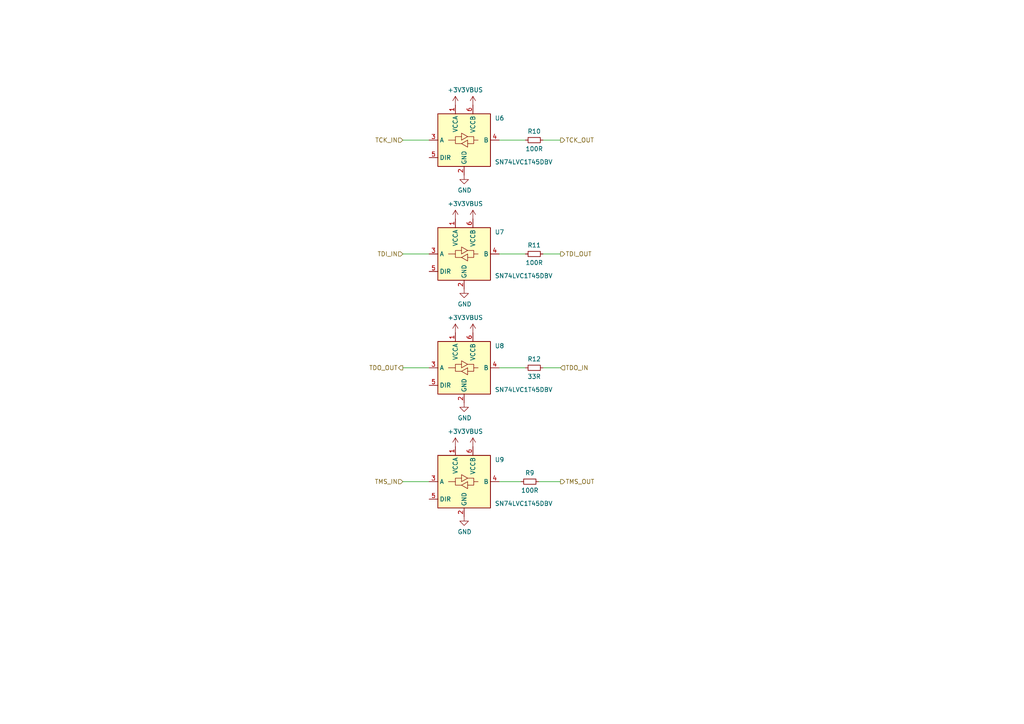
<source format=kicad_sch>
(kicad_sch (version 20231120) (generator "eeschema") (generator_version "8.0")
  (paper "A4")
  (lib_symbols
    (symbol "Device:R_Small" (pin_numbers hide) (pin_names (offset 0.254) hide)
      (property "Reference" "R" (at 0.762 0.508 0))
      (property "Value" "R_Small" (at 0.762 -1.016 0))
      (symbol "R_Small_0_1"
        (rectangle (start -0.762 1.778) (end 0.762 -1.778) (stroke (width 0.2032)))
      )
      (symbol "R_Small_1_1"
        (pin passive line (at 0 2.54 270) (length 0.762) (name "~") (number "1"))
        (pin passive line (at 0 -2.54 90) (length 0.762) (name "~") (number "2"))
      )
    )
    (symbol "Logic_LevelTranslator:SN74LVC1T45DBV"
      (property "Reference" "U" (at -6.35 8.89 0))
      (property "Value" "SN74LVC1T45DBV" (at 3.81 8.89 0))
      (symbol "SN74LVC1T45DBV_0_1"
        (rectangle (start -7.62 7.62) (end 7.62 -7.62) (stroke (width 0.254)) (fill (type background)))
        (polyline (pts (xy -2.54 0) (xy -2.54 1.016) (xy -0.762 1.016)))
        (polyline (pts (xy 2.794 0) (xy 2.794 -1.016) (xy 1.016 -1.016)))
        (polyline (pts (xy -0.762 -1.016) (xy -2.54 -1.016) (xy -2.54 0) (xy -4.572 0)))
        (polyline (pts (xy -0.762 0) (xy -0.762 2.032) (xy 1.016 1.016) (xy -0.762 0)))
        (polyline (pts (xy 1.016 1.016) (xy 2.794 1.016) (xy 2.794 0) (xy 4.064 0)))
        (polyline (pts (xy 1.016 0) (xy 1.016 -1.778) (xy 1.016 -2.032) (xy -0.762 -1.016) (xy 1.016 0)))
      )
      (symbol "SN74LVC1T45DBV_1_1"
        (pin power_in line (at -2.54 10.16 270) (length 2.54) (name "VCCA") (number "1"))
        (pin power_in line (at 0 -10.16 90) (length 2.54) (name "GND") (number "2"))
        (pin bidirectional line (at -10.16 0 0) (length 2.54) (name "A") (number "3"))
        (pin bidirectional line (at 10.16 0 180) (length 2.54) (name "B") (number "4"))
        (pin input line (at -10.16 -5.08 0) (length 2.54) (name "DIR") (number "5"))
        (pin power_in line (at 2.54 10.16 270) (length 2.54) (name "VCCB") (number "6"))
      )
    )
    (symbol "atmel-atdh1150usb-rescue:+3V3-power" (power) (pin_names (offset 0))
      (property "Value" "power_+3V3" (at 0 3.556 0))
      (symbol "+3V3-power_0_1"
        (polyline (pts (xy -0.762 1.27) (xy 0 2.54)))
        (polyline (pts (xy 0 0) (xy 0 2.54)))
        (polyline (pts (xy 0 2.54) (xy 0.762 1.27)))
      )
      (symbol "+3V3-power_1_1"
        (pin power_in line (at 0 0 90) (length 0) hide (name "+3V3") (number "1"))
      )
    )
    (symbol "atmel-atdh1150usb-rescue:GND-power" (power) (pin_names (offset 0))
      (property "Value" "power_GND" (at 0 -3.81 0))
      (symbol "GND-power_0_1"
        (polyline (pts (xy 0 0) (xy 0 -1.27) (xy 1.27 -1.27) (xy 0 -2.54) (xy -1.27 -1.27) (xy 0 -1.27)))
      )
      (symbol "GND-power_1_1"
        (pin power_in line (at 0 0 270) (length 0) hide (name "GND") (number "1"))
      )
    )
    (symbol "atmel-atdh1150usb-rescue:VBUS-power" (power) (pin_names (offset 0))
      (property "Value" "power_VBUS" (at 0 3.81 0))
      (symbol "VBUS-power_0_1"
        (polyline (pts (xy -0.762 1.27) (xy 0 2.54)))
        (polyline (pts (xy 0 0) (xy 0 2.54)))
        (polyline (pts (xy 0 2.54) (xy 0.762 1.27)))
      )
      (symbol "VBUS-power_1_1"
        (pin power_in line (at 0 0 90) (length 0) hide (name "VBUS") (number "1"))
      )
    )
  )
  (wire (pts (xy 162.56 40.64) (xy 157.48 40.64)))
  (wire (pts (xy 162.56 139.7) (xy 156.21 139.7)))
  (wire (pts (xy 116.84 40.64) (xy 124.46 40.64)))
  (wire (pts (xy 116.84 73.66) (xy 124.46 73.66)))
  (wire (pts (xy 116.84 106.68) (xy 124.46 106.68)))
  (wire (pts (xy 152.4 73.66) (xy 144.78 73.66)))
  (wire (pts (xy 152.4 106.68) (xy 144.78 106.68)))
  (wire (pts (xy 116.84 139.7) (xy 124.46 139.7)))
  (wire (pts (xy 151.13 139.7) (xy 144.78 139.7)))
  (wire (pts (xy 152.4 40.64) (xy 144.78 40.64)))
  (wire (pts (xy 162.56 73.66) (xy 157.48 73.66)))
  (wire (pts (xy 162.56 106.68) (xy 157.48 106.68)))
  (hierarchical_label "TDI_OUT" (shape output) (at 162.56 73.66 0))
  (hierarchical_label "TCK_IN" (shape input) (at 116.84 40.64 180))
  (hierarchical_label "TDO_OUT" (shape output) (at 116.84 106.68 180))
  (hierarchical_label "TMS_OUT" (shape output) (at 162.56 139.7 0))
  (hierarchical_label "TCK_OUT" (shape output) (at 162.56 40.64 0))
  (hierarchical_label "TMS_IN" (shape input) (at 116.84 139.7 180))
  (hierarchical_label "TDO_IN" (shape input) (at 162.56 106.68 0))
  (hierarchical_label "TDI_IN" (shape input) (at 116.84 73.66 180))
  (symbol (lib_id "Logic_LevelTranslator:SN74LVC1T45DBV") (at 134.62 139.7 0) (unit 1)
    (property "Reference" "U9" (at 143.51 133.35 0) (effects (justify left)))
    (property "Value" "SN74LVC1T45DBV" (at 143.51 146.05 0) (effects (justify left)))
    (property "Footprint" "Package_TO_SOT_SMD:SOT-23-6" (effects (hide yes)))
    (property "Datasheet" "http://www.ti.com/lit/ds/symlink/sn74lvc1t45.pdf" (effects (hide yes)))
  )
  (symbol (lib_id "atmel-atdh1150usb-rescue:GND-power") (at 134.62 50.8 0) (unit 1)
    (property "Reference" "#PWR051" (effects (hide yes)))
    (property "Value" "GND" (at 134.747 55.1942 0))
  )
  (symbol (lib_id "atmel-atdh1150usb-rescue:GND-power") (at 134.62 116.84 0) (unit 1)
    (property "Reference" "#PWR053" (effects (hide yes)))
    (property "Value" "GND" (at 134.747 121.2342 0))
  )
  (symbol (lib_id "atmel-atdh1150usb-rescue:VBUS-power") (at 137.16 30.48 0) (unit 1)
    (property "Reference" "#PWR055" (effects (hide yes)))
    (property "Value" "VBUS" (at 137.541 26.0858 0))
  )
  (symbol (lib_id "atmel-atdh1150usb-rescue:VBUS-power") (at 137.16 96.52 0) (unit 1)
    (property "Reference" "#PWR057" (effects (hide yes)))
    (property "Value" "VBUS" (at 137.541 92.1258 0))
  )
  (symbol (lib_id "Logic_LevelTranslator:SN74LVC1T45DBV") (at 134.62 40.64 0) (unit 1)
    (property "Reference" "U6" (at 143.51 34.29 0) (effects (justify left)))
    (property "Value" "SN74LVC1T45DBV" (at 143.51 46.99 0) (effects (justify left)))
    (property "Footprint" "Package_TO_SOT_SMD:SOT-23-6" (effects (hide yes)))
    (property "Datasheet" "http://www.ti.com/lit/ds/symlink/sn74lvc1t45.pdf" (effects (hide yes)))
  )
  (symbol (lib_id "Device:R_Small") (at 154.94 106.68 270) (unit 1)
    (property "Reference" "R12" (at 154.94 104.14 90))
    (property "Value" "33R" (at 154.94 109.22 90))
  )
  (symbol (lib_id "atmel-atdh1150usb-rescue:VBUS-power") (at 137.16 63.5 0) (unit 1)
    (property "Reference" "#PWR056" (effects (hide yes)))
    (property "Value" "VBUS" (at 137.541 59.1058 0))
  )
  (symbol (lib_id "Device:R_Small") (at 153.67 139.7 270) (unit 1)
    (property "Reference" "R9" (at 153.67 137.16 90))
    (property "Value" "100R" (at 153.67 142.24 90))
  )
  (symbol (lib_id "atmel-atdh1150usb-rescue:GND-power") (at 134.62 83.82 0) (unit 1)
    (property "Reference" "#PWR052" (effects (hide yes)))
    (property "Value" "GND" (at 134.747 88.2142 0))
  )
  (symbol (lib_id "Device:R_Small") (at 154.94 73.66 270) (unit 1)
    (property "Reference" "R11" (at 154.94 71.12 90))
    (property "Value" "100R" (at 154.94 76.2 90))
  )
  (symbol (lib_id "Logic_LevelTranslator:SN74LVC1T45DBV") (at 134.62 106.68 0) (unit 1)
    (property "Reference" "U8" (at 143.51 100.33 0) (effects (justify left)))
    (property "Value" "SN74LVC1T45DBV" (at 143.51 113.03 0) (effects (justify left)))
    (property "Footprint" "Package_TO_SOT_SMD:SOT-23-6" (effects (hide yes)))
    (property "Datasheet" "http://www.ti.com/lit/ds/symlink/sn74lvc1t45.pdf" (effects (hide yes)))
  )
  (symbol (lib_id "atmel-atdh1150usb-rescue:+3V3-power") (at 132.08 129.54 0) (unit 1)
    (property "Reference" "#PWR050" (effects (hide yes)))
    (property "Value" "+3V3" (at 132.461 125.1458 0))
  )
  (symbol (lib_id "atmel-atdh1150usb-rescue:VBUS-power") (at 137.16 129.54 0) (unit 1)
    (property "Reference" "#PWR058" (effects (hide yes)))
    (property "Value" "VBUS" (at 137.541 125.1458 0))
  )
  (symbol (lib_id "Logic_LevelTranslator:SN74LVC1T45DBV") (at 134.62 73.66 0) (unit 1)
    (property "Reference" "U7" (at 143.51 67.31 0) (effects (justify left)))
    (property "Value" "SN74LVC1T45DBV" (at 143.51 80.01 0) (effects (justify left)))
    (property "Footprint" "Package_TO_SOT_SMD:SOT-23-6" (effects (hide yes)))
    (property "Datasheet" "http://www.ti.com/lit/ds/symlink/sn74lvc1t45.pdf" (effects (hide yes)))
  )
  (symbol (lib_id "atmel-atdh1150usb-rescue:+3V3-power") (at 132.08 63.5 0) (unit 1)
    (property "Reference" "#PWR048" (effects (hide yes)))
    (property "Value" "+3V3" (at 132.461 59.1058 0))
  )
  (symbol (lib_id "atmel-atdh1150usb-rescue:+3V3-power") (at 132.08 96.52 0) (unit 1)
    (property "Reference" "#PWR049" (effects (hide yes)))
    (property "Value" "+3V3" (at 132.461 92.1258 0))
  )
  (symbol (lib_id "atmel-atdh1150usb-rescue:+3V3-power") (at 132.08 30.48 0) (unit 1)
    (property "Reference" "#PWR047" (effects (hide yes)))
    (property "Value" "+3V3" (at 132.461 26.0858 0))
  )
  (symbol (lib_id "atmel-atdh1150usb-rescue:GND-power") (at 134.62 149.86 0) (unit 1)
    (property "Reference" "#PWR054" (effects (hide yes)))
    (property "Value" "GND" (at 134.747 154.2542 0))
  )
  (symbol (lib_id "Device:R_Small") (at 154.94 40.64 270) (unit 1)
    (property "Reference" "R10" (at 154.94 38.1 90))
    (property "Value" "100R" (at 154.94 43.18 90))
  )
)
</source>
